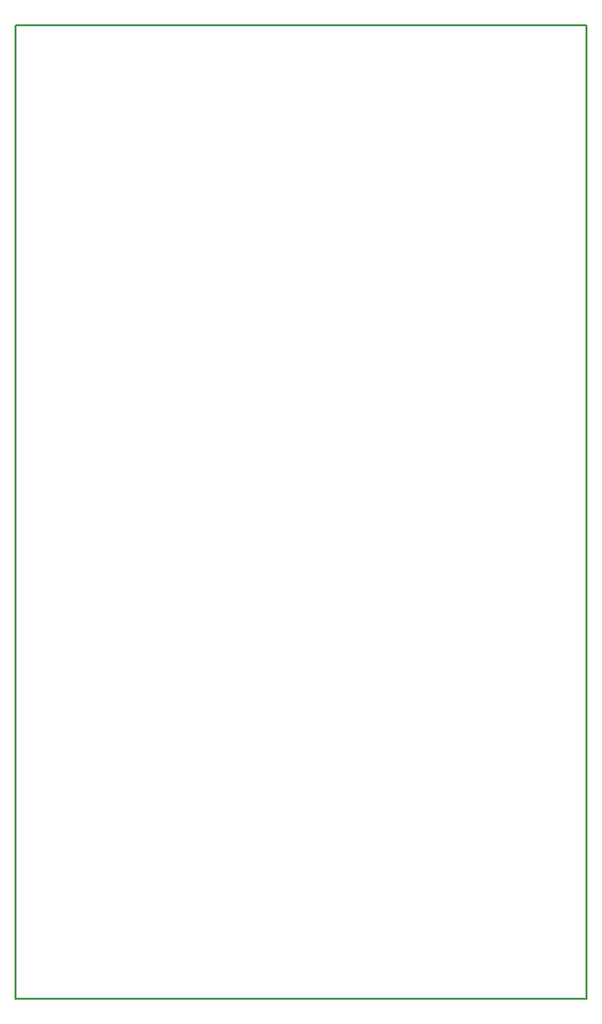
<source format=gbo>
G04 MADE WITH FRITZING*
G04 WWW.FRITZING.ORG*
G04 DOUBLE SIDED*
G04 HOLES PLATED*
G04 CONTOUR ON CENTER OF CONTOUR VECTOR*
%ASAXBY*%
%FSLAX23Y23*%
%MOIN*%
%OFA0B0*%
%SFA1.0B1.0*%
%ADD10R,1.968500X3.346460X1.952500X3.330460*%
%ADD11C,0.008000*%
%LNSILK0*%
G90*
G70*
G54D11*
X4Y3342D02*
X1965Y3342D01*
X1965Y4D01*
X4Y4D01*
X4Y3342D01*
D02*
G04 End of Silk0*
M02*
</source>
